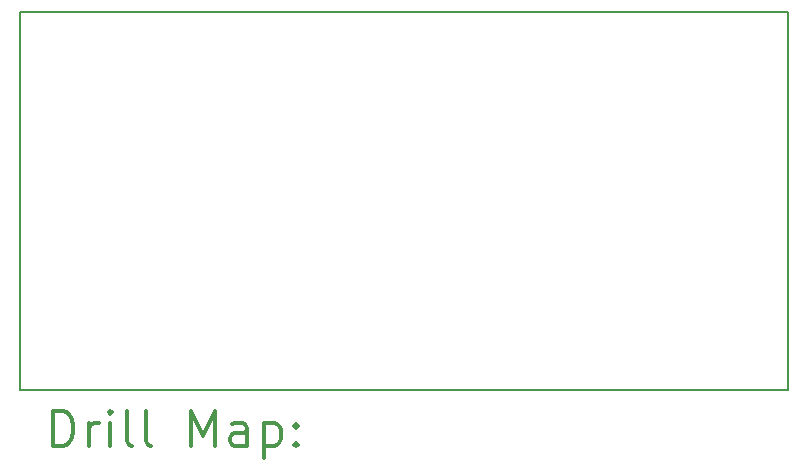
<source format=gbr>
%FSLAX45Y45*%
G04 Gerber Fmt 4.5, Leading zero omitted, Abs format (unit mm)*
G04 Created by KiCad (PCBNEW 5.1.10-88a1d61d58~88~ubuntu20.04.1) date 2021-07-13 00:32:09*
%MOMM*%
%LPD*%
G01*
G04 APERTURE LIST*
%TA.AperFunction,Profile*%
%ADD10C,0.150000*%
%TD*%
%ADD11C,0.200000*%
%ADD12C,0.300000*%
G04 APERTURE END LIST*
D10*
X10700000Y-12600000D02*
X10700000Y-9400000D01*
X17200000Y-12600000D02*
X10700000Y-12600000D01*
X17200000Y-9400000D02*
X17200000Y-12600000D01*
X10700000Y-9400000D02*
X17200000Y-9400000D01*
D11*
D12*
X10978928Y-13073214D02*
X10978928Y-12773214D01*
X11050357Y-12773214D01*
X11093214Y-12787500D01*
X11121786Y-12816071D01*
X11136071Y-12844643D01*
X11150357Y-12901786D01*
X11150357Y-12944643D01*
X11136071Y-13001786D01*
X11121786Y-13030357D01*
X11093214Y-13058929D01*
X11050357Y-13073214D01*
X10978928Y-13073214D01*
X11278928Y-13073214D02*
X11278928Y-12873214D01*
X11278928Y-12930357D02*
X11293214Y-12901786D01*
X11307500Y-12887500D01*
X11336071Y-12873214D01*
X11364643Y-12873214D01*
X11464643Y-13073214D02*
X11464643Y-12873214D01*
X11464643Y-12773214D02*
X11450357Y-12787500D01*
X11464643Y-12801786D01*
X11478928Y-12787500D01*
X11464643Y-12773214D01*
X11464643Y-12801786D01*
X11650357Y-13073214D02*
X11621786Y-13058929D01*
X11607500Y-13030357D01*
X11607500Y-12773214D01*
X11807500Y-13073214D02*
X11778928Y-13058929D01*
X11764643Y-13030357D01*
X11764643Y-12773214D01*
X12150357Y-13073214D02*
X12150357Y-12773214D01*
X12250357Y-12987500D01*
X12350357Y-12773214D01*
X12350357Y-13073214D01*
X12621786Y-13073214D02*
X12621786Y-12916071D01*
X12607500Y-12887500D01*
X12578928Y-12873214D01*
X12521786Y-12873214D01*
X12493214Y-12887500D01*
X12621786Y-13058929D02*
X12593214Y-13073214D01*
X12521786Y-13073214D01*
X12493214Y-13058929D01*
X12478928Y-13030357D01*
X12478928Y-13001786D01*
X12493214Y-12973214D01*
X12521786Y-12958929D01*
X12593214Y-12958929D01*
X12621786Y-12944643D01*
X12764643Y-12873214D02*
X12764643Y-13173214D01*
X12764643Y-12887500D02*
X12793214Y-12873214D01*
X12850357Y-12873214D01*
X12878928Y-12887500D01*
X12893214Y-12901786D01*
X12907500Y-12930357D01*
X12907500Y-13016071D01*
X12893214Y-13044643D01*
X12878928Y-13058929D01*
X12850357Y-13073214D01*
X12793214Y-13073214D01*
X12764643Y-13058929D01*
X13036071Y-13044643D02*
X13050357Y-13058929D01*
X13036071Y-13073214D01*
X13021786Y-13058929D01*
X13036071Y-13044643D01*
X13036071Y-13073214D01*
X13036071Y-12887500D02*
X13050357Y-12901786D01*
X13036071Y-12916071D01*
X13021786Y-12901786D01*
X13036071Y-12887500D01*
X13036071Y-12916071D01*
M02*

</source>
